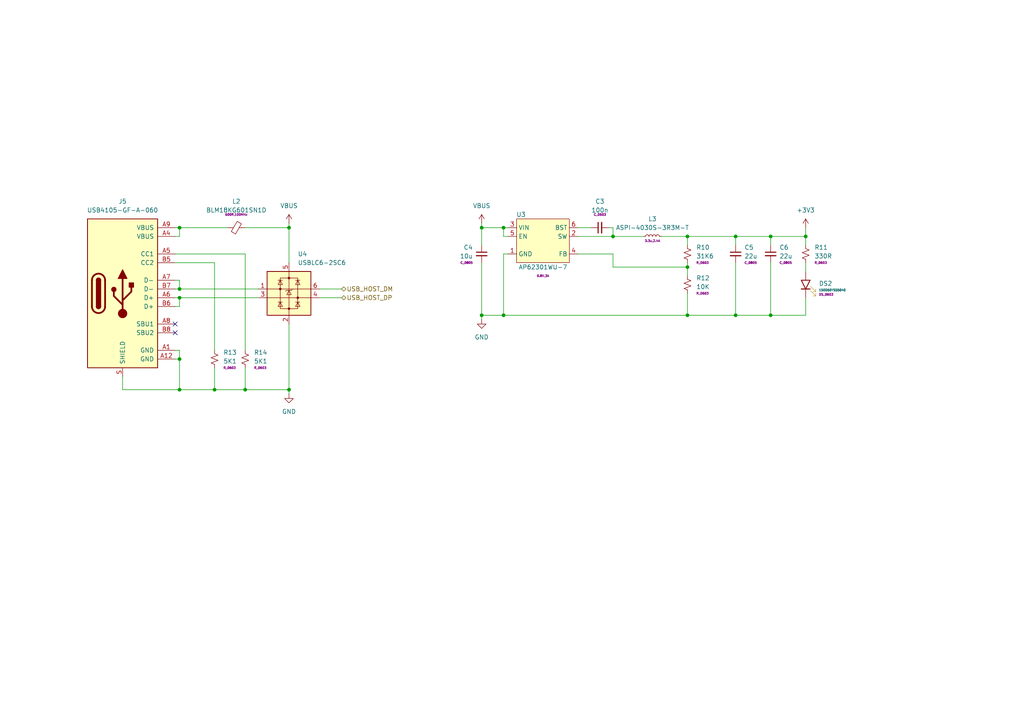
<source format=kicad_sch>
(kicad_sch (version 20231120) (generator "eeschema") (generator_version "8.0")
  (paper "A4")
  (title_block (title "Winglet Carrier Board") (date "2024-08-09") (rev "v1.0") (company "TL Embedded"))
  (lib_symbols
    (symbol "C_Capacitor:C_0603" (pin_numbers hide) (pin_names (offset 1.016))
      (property "Reference" "C" (at 3.175 1.905 0))
      (property "Value" "100n" (at 5.08 0 0))
      (property "Size" "C_0603" (at 4.445 -1.905 0))
      (symbol "C_0603_1_1"
        (polyline (pts (xy -1.524 -0.508) (xy 1.524 -0.508)) (stroke (width 0.3302)))
        (polyline (pts (xy -1.524 0.508) (xy 1.524 0.508)) (stroke (width 0.3048)))
        (pin passive line (at 0 2.54 270) (length 2.032) (name "~") (number "1"))
        (pin passive line (at 0 -2.54 90) (length 2.032) (name "~") (number "2"))
      )
    )
    (symbol "C_Capacitor:C_0805" (pin_numbers hide) (pin_names (offset 1.016))
      (property "Reference" "C" (at 3.175 1.905 0))
      (property "Value" "100n" (at 5.08 0 0))
      (property "Size" "C_0805" (at 4.445 -1.905 0))
      (symbol "C_0805_1_1"
        (polyline (pts (xy -1.524 -0.508) (xy 1.524 -0.508)) (stroke (width 0.3302)))
        (polyline (pts (xy -1.524 0.508) (xy 1.524 0.508)) (stroke (width 0.3048)))
        (pin passive line (at 0 2.54 270) (length 2.032) (name "~") (number "1"))
        (pin passive line (at 0 -2.54 90) (length 2.032) (name "~") (number "2"))
      )
    )
    (symbol "DS_LED:150060YS55040" (pin_numbers hide) (pin_names (offset 1.016) hide)
      (property "Reference" "DS" (at 0 2.54 0))
      (property "Value" "150060YS55040" (at 0 -5.08 0))
      (property "Size" "DS_0603" (at 0 -3.81 0))
      (symbol "150060YS55040_1_1"
        (polyline (pts (xy -1.27 -1.27) (xy -1.27 1.27)) (stroke (width 0.254)))
        (polyline (pts (xy -1.27 -1.27) (xy -1.27 1.27)) (stroke (width 0.254)))
        (polyline (pts (xy 1.27 -1.27) (xy 1.27 1.27) (xy -1.27 0) (xy 1.27 -1.27)) (stroke (width 0.254)))
        (polyline (pts (xy -1.778 -1.397) (xy -3.302 -2.921) (xy -2.54 -2.921) (xy -3.302 -2.921) (xy -3.302 -2.159)) (stroke (width 0) (color 194 168 68 1)))
        (polyline (pts (xy -0.508 -1.397) (xy -2.032 -2.921) (xy -1.27 -2.921) (xy -2.032 -2.921) (xy -2.032 -2.159)) (stroke (width 0) (color 194 168 68 1)))
        (pin passive line (at -3.81 0 0) (length 2.54) (name "K") (number "1"))
        (pin passive line (at 3.81 0 180) (length 2.54) (name "A") (number "2"))
      )
    )
    (symbol "J_Connector:USB4105-GF-A-060" (pin_names (offset 1.016))
      (property "Reference" "J" (at -10.16 25.4 0))
      (property "Value" "USB4105-GF-A-060" (at 10.16 22.86 0))
      (symbol "USB4105-GF-A-060_0_1"
        (arc (start -8.89 -3.81) (mid -6.985 -5.7067) (end -5.08 -3.81) (stroke (width 0.508)))
        (arc (start -7.62 -3.81) (mid -6.985 -4.4423) (end -6.35 -3.81) (stroke (width 0.254)))
        (arc (start -7.62 -3.81) (mid -6.985 -4.4423) (end -6.35 -3.81) (stroke (width 0.254)) (fill (type outline)))
        (rectangle (start -7.62 -3.81) (end -6.35 3.81) (stroke (width 0.254)) (fill (type outline)))
        (arc (start -6.35 3.81) (mid -6.985 4.4423) (end -7.62 3.81) (stroke (width 0.254)))
        (arc (start -6.35 3.81) (mid -6.985 4.4423) (end -7.62 3.81) (stroke (width 0.254)) (fill (type outline)))
        (arc (start -5.08 3.81) (mid -6.985 5.7067) (end -8.89 3.81) (stroke (width 0.508)))
        (circle (center -2.54 1.143) (radius 0.635) (stroke (width 0.254)) (fill (type outline)))
        (circle (center 0 -5.842) (radius 1.27) (fill (type outline)))
        (polyline (pts (xy -8.89 -3.81) (xy -8.89 3.81)) (stroke (width 0.508)))
        (polyline (pts (xy -5.08 3.81) (xy -5.08 -3.81)) (stroke (width 0.508)))
        (polyline (pts (xy 0 -5.842) (xy 0 4.318)) (stroke (width 0.508)))
        (polyline (pts (xy 0 -3.302) (xy -2.54 -0.762) (xy -2.54 0.508)) (stroke (width 0.508)))
        (polyline (pts (xy 0 -2.032) (xy 2.54 0.508) (xy 2.54 1.778)) (stroke (width 0.508)))
        (polyline (pts (xy -1.27 4.318) (xy 0 6.858) (xy 1.27 4.318) (xy -1.27 4.318)) (stroke (width 0.254)) (fill (type outline)))
        (rectangle (start 1.905 1.778) (end 3.175 3.048) (stroke (width 0.254)) (fill (type outline)))
      )
      (symbol "USB4105-GF-A-060_1_1"
        (rectangle (start -10.16 21.59) (end 10.16 -21.59) (stroke (width 0.254)) (fill (type background)))
        (pin passive line (at 15.24 -16.51 180) (length 5.08) (name "GND") (number "A1"))
        (pin passive line (at 15.24 -19.05 180) (length 5.08) (name "GND") (number "A12"))
        (pin passive line (at 15.24 16.51 180) (length 5.08) (name "VBUS") (number "A4"))
        (pin bidirectional line (at 15.24 11.43 180) (length 5.08) (name "CC1") (number "A5"))
        (pin bidirectional line (at 15.24 -1.27 180) (length 5.08) (name "D+") (number "A6"))
        (pin bidirectional line (at 15.24 3.81 180) (length 5.08) (name "D-") (number "A7"))
        (pin bidirectional line (at 15.24 -8.89 180) (length 5.08) (name "SBU1") (number "A8"))
        (pin passive line (at 15.24 19.05 180) (length 5.08) (name "VBUS") (number "A9"))
        (pin bidirectional line (at 15.24 8.89 180) (length 5.08) (name "CC2") (number "B5"))
        (pin bidirectional line (at 15.24 -3.81 180) (length 5.08) (name "D+") (number "B6"))
        (pin bidirectional line (at 15.24 1.27 180) (length 5.08) (name "D-") (number "B7"))
        (pin bidirectional line (at 15.24 -11.43 180) (length 5.08) (name "SBU2") (number "B8"))
        (pin passive line (at 0 -24.13 90) (length 2.54) (name "SHIELD") (number "S"))
      )
    )
    (symbol "L_Inductor:ASPI-4030S-100M-T" (pin_numbers hide) (pin_names hide)
      (property "Reference" "L" (at 1.905 1.27 0))
      (property "Value" "ASPI-4030S-100M-T" (at 11.9069 -0.6863 0))
      (property "Params" "10u,1.5A" (at 3.81 -2.54 0))
      (symbol "ASPI-4030S-100M-T_0_1"
        (arc (start 0 -2.032) (mid 0.5058 -1.524) (end 0 -1.016))
        (arc (start 0 -1.016) (mid 0.5058 -0.508) (end 0 0))
        (arc (start 0 0) (mid 0.5058 0.508) (end 0 1.016))
        (arc (start 0 1.016) (mid 0.5058 1.524) (end 0 2.032))
      )
      (symbol "ASPI-4030S-100M-T_1_1"
        (pin passive line (at 0 2.54 270) (length 0.508) (name "~") (number "1"))
        (pin passive line (at 0 -2.54 90) (length 0.508) (name "~") (number "2"))
      )
    )
    (symbol "L_Inductor:BLM18KG601SN1D" (pin_numbers hide) (pin_names (offset 1.016) hide)
      (property "Reference" "L" (at 3.175 1.905 0))
      (property "Value" "BLM18KG601SN1D" (at 11.43 0 0))
      (property "Params" "600R,100MHz" (at 6.35 -1.905 0))
      (symbol "BLM18KG601SN1D_0_1"
        (polyline (pts (xy 0 -1.27) (xy 0 -0.7874)))
        (polyline (pts (xy 0 0.889) (xy 0 1.2954)))
        (polyline (pts (xy -1.8288 0.2794) (xy -1.1176 1.4986) (xy 1.8288 -0.2032) (xy 1.1176 -1.4224) (xy -1.8288 0.2794)))
      )
      (symbol "BLM18KG601SN1D_1_1"
        (pin passive line (at 0 2.54 270) (length 1.27) (name "~") (number "1"))
        (pin passive line (at 0 -2.54 90) (length 1.27) (name "~") (number "2"))
      )
    )
    (symbol "R_Resistor:R_0603" (pin_numbers hide) (pin_names (offset 1.016))
      (property "Reference" "R" (at 2.54 1.905 0))
      (property "Value" "10K" (at 3.81 0 0))
      (property "Size" "R_0603" (at 3.81 -1.905 0))
      (symbol "R_0603_1_1"
        (polyline (pts (xy 0 0) (xy 1.016 -0.381) (xy 0 -0.762) (xy -1.016 -1.143) (xy 0 -1.524)))
        (polyline (pts (xy 0 1.524) (xy 1.016 1.143) (xy 0 0.762) (xy -1.016 0.381) (xy 0 0)))
        (pin passive line (at 0 2.54 270) (length 1.016) (name "~") (number "1"))
        (pin passive line (at 0 -2.54 90) (length 1.016) (name "~") (number "2"))
      )
    )
    (symbol "U_Basic:USBLC6-2SC6" (pin_names hide)
      (property "Reference" "U" (at -5.08 7.62 0))
      (property "Value" "USBLC6-2SC6" (at 7.62 -8.255 0))
      (symbol "USBLC6-2SC6_0_0"
        (rectangle (start -2.54 -4.445) (end 2.54 4.445))
        (polyline (pts (xy 0 6.35) (xy 0 -6.35)))
      )
      (symbol "USBLC6-2SC6_0_1"
        (rectangle (start -6.35 6.35) (end 6.35 -6.35) (stroke (width 0.254)) (fill (type background)))
        (circle (center -2.54 1.27) (radius 0.2794) (fill (type outline)))
        (circle (center 0 -4.445) (radius 0.2794) (fill (type outline)))
        (polyline (pts (xy -6.35 1.27) (xy 6.35 1.27)) (stroke (width 0.1524)))
        (polyline (pts (xy -1.905 -2.54) (xy -3.175 -2.54)))
        (polyline (pts (xy -1.905 3.81) (xy -3.175 3.81)))
        (polyline (pts (xy -0.635 0.889) (xy -1.016 0.635)))
        (polyline (pts (xy 0.635 0.889) (xy -0.635 0.889)))
        (polyline (pts (xy 0.635 0.889) (xy 1.016 1.143)))
        (polyline (pts (xy 3.175 -2.54) (xy 1.905 -2.54)))
        (polyline (pts (xy 3.175 3.81) (xy 1.905 3.81)))
        (polyline (pts (xy 6.35 -1.27) (xy -6.35 -1.27)) (stroke (width 0.1524)))
        (polyline (pts (xy -1.905 -3.81) (xy -3.175 -3.81) (xy -2.54 -2.54) (xy -1.905 -3.81)))
        (polyline (pts (xy -1.905 2.54) (xy -3.175 2.54) (xy -2.54 3.81) (xy -1.905 2.54)))
        (polyline (pts (xy 0.635 -0.381) (xy -0.635 -0.381) (xy 0 0.889) (xy 0.635 -0.381)))
        (polyline (pts (xy 3.175 -3.81) (xy 1.905 -3.81) (xy 2.54 -2.54) (xy 3.175 -3.81)))
        (polyline (pts (xy 3.175 2.54) (xy 1.905 2.54) (xy 2.54 3.81) (xy 3.175 2.54)))
        (circle (center 0 4.445) (radius 0.2794) (fill (type outline)))
        (circle (center 2.54 -1.27) (radius 0.2794) (fill (type outline)))
      )
      (symbol "USBLC6-2SC6_1_1"
        (pin passive line (at -8.89 1.27 0) (length 2.54) (name "~") (number "1"))
        (pin passive line (at 0 -8.89 90) (length 2.54) (name "~") (number "2"))
        (pin passive line (at -8.89 -1.27 0) (length 2.54) (name "~") (number "3"))
        (pin passive line (at 8.89 -1.27 180) (length 2.54) (name "~") (number "4"))
        (pin passive line (at 0 8.89 270) (length 2.54) (name "~") (number "5"))
        (pin passive line (at 8.89 1.27 180) (length 2.54) (name "~") (number "6"))
      )
    )
    (symbol "U_Power:AP62301WU-7"
      (property "Reference" "U" (at 1.27 13.97 0))
      (property "Value" "AP62301WU-7" (at 7.62 -1.27 0))
      (property "Params" "0.8V,3A" (at 7.62 -2.54 0))
      (symbol "AP62301WU-7_0_1"
        (rectangle (start 0 12.7) (end 15.24 0) (stroke (width 0.1524)) (fill (type background)))
      )
      (symbol "AP62301WU-7_1_1"
        (pin power_in line (at -2.54 2.54 0) (length 2.54) (name "GND") (number "1"))
        (pin power_out line (at 17.78 7.62 180) (length 2.54) (name "SW") (number "2"))
        (pin power_in line (at -2.54 10.16 0) (length 2.54) (name "VIN") (number "3"))
        (pin input line (at 17.78 2.54 180) (length 2.54) (name "FB") (number "4"))
        (pin input line (at -2.54 7.62 0) (length 2.54) (name "EN") (number "5"))
        (pin input line (at 17.78 10.16 180) (length 2.54) (name "BST") (number "6"))
      )
    )
    (symbol "power:+3V3" (power) (pin_numbers hide) (pin_names (offset 0) hide)
      (property "Value" "+3V3" (at 0 3.556 0))
      (symbol "+3V3_0_1"
        (polyline (pts (xy -0.762 1.27) (xy 0 2.54)))
        (polyline (pts (xy 0 0) (xy 0 2.54)))
        (polyline (pts (xy 0 2.54) (xy 0.762 1.27)))
      )
      (symbol "+3V3_1_1"
        (pin power_in line (at 0 0 90) (length 0) (name "~") (number "1"))
      )
    )
    (symbol "power:GND" (power) (pin_names (offset 0))
      (property "Value" "GND" (at 0 -3.81 0))
      (symbol "GND_0_1"
        (polyline (pts (xy 0 0) (xy 0 -1.27) (xy 1.27 -1.27) (xy 0 -2.54) (xy -1.27 -1.27) (xy 0 -1.27)))
      )
      (symbol "GND_1_1"
        (pin power_in line (at 0 0 270) (length 0) hide (name "GND") (number "1"))
      )
    )
    (symbol "power:VBUS" (power) (pin_names (offset 0))
      (property "Value" "VBUS" (at 0 3.81 0))
      (symbol "VBUS_0_1"
        (polyline (pts (xy -0.762 1.27) (xy 0 2.54)))
        (polyline (pts (xy 0 0) (xy 0 2.54)))
        (polyline (pts (xy 0 2.54) (xy 0.762 1.27)))
      )
      (symbol "VBUS_1_1"
        (pin power_in line (at 0 0 90) (length 0) hide (name "VBUS") (number "1"))
      )
    )
  )
  (junction (at 52.07 83.82))
  (junction (at 52.07 113.03))
  (junction (at 213.36 91.44))
  (junction (at 233.68 68.58))
  (junction (at 199.39 91.44))
  (junction (at 177.8 68.58))
  (junction (at 83.82 113.03))
  (junction (at 223.52 68.58))
  (junction (at 146.05 66.04))
  (junction (at 71.12 113.03))
  (junction (at 139.7 91.44))
  (junction (at 52.07 104.14))
  (junction (at 146.05 91.44))
  (junction (at 62.23 113.03))
  (junction (at 223.52 91.44))
  (junction (at 52.07 86.36))
  (junction (at 199.39 68.58))
  (junction (at 199.39 77.47))
  (junction (at 83.82 66.04))
  (junction (at 52.07 66.04))
  (junction (at 139.7 66.04))
  (junction (at 213.36 68.58))
  (no_connect (at 50.8 96.52))
  (no_connect (at 50.8 93.98))
  (wire (pts (xy 50.8 66.04) (xy 52.07 66.04)))
  (wire (pts (xy 139.7 76.2) (xy 139.7 91.44)))
  (wire (pts (xy 50.8 104.14) (xy 52.07 104.14)))
  (wire (pts (xy 233.68 68.58) (xy 233.68 71.12)))
  (wire (pts (xy 83.82 64.77) (xy 83.82 66.04)))
  (wire (pts (xy 52.07 104.14) (xy 52.07 113.03)))
  (wire (pts (xy 213.36 68.58) (xy 213.36 71.12)))
  (wire (pts (xy 213.36 76.2) (xy 213.36 91.44)))
  (wire (pts (xy 71.12 66.04) (xy 83.82 66.04)))
  (wire (pts (xy 177.8 68.58) (xy 177.8 66.04)))
  (wire (pts (xy 52.07 66.04) (xy 66.04 66.04)))
  (wire (pts (xy 177.8 77.47) (xy 199.39 77.47)))
  (wire (pts (xy 62.23 76.2) (xy 50.8 76.2)))
  (wire (pts (xy 52.07 86.36) (xy 74.93 86.36)))
  (wire (pts (xy 92.71 86.36) (xy 99.06 86.36)))
  (wire (pts (xy 139.7 66.04) (xy 139.7 71.12)))
  (wire (pts (xy 139.7 66.04) (xy 146.05 66.04)))
  (wire (pts (xy 83.82 66.04) (xy 83.82 76.2)))
  (wire (pts (xy 146.05 66.04) (xy 147.32 66.04)))
  (wire (pts (xy 233.68 68.58) (xy 223.52 68.58)))
  (wire (pts (xy 62.23 106.68) (xy 62.23 113.03)))
  (wire (pts (xy 71.12 73.66) (xy 50.8 73.66)))
  (wire (pts (xy 191.77 68.58) (xy 199.39 68.58)))
  (wire (pts (xy 92.71 83.82) (xy 99.06 83.82)))
  (wire (pts (xy 177.8 68.58) (xy 186.69 68.58)))
  (wire (pts (xy 62.23 101.6) (xy 62.23 76.2)))
  (wire (pts (xy 50.8 68.58) (xy 52.07 68.58)))
  (wire (pts (xy 50.8 88.9) (xy 52.07 88.9)))
  (wire (pts (xy 50.8 86.36) (xy 52.07 86.36)))
  (wire (pts (xy 146.05 68.58) (xy 146.05 66.04)))
  (wire (pts (xy 147.32 68.58) (xy 146.05 68.58)))
  (wire (pts (xy 233.68 91.44) (xy 223.52 91.44)))
  (wire (pts (xy 35.56 109.22) (xy 35.56 113.03)))
  (wire (pts (xy 167.64 73.66) (xy 177.8 73.66)))
  (wire (pts (xy 35.56 113.03) (xy 52.07 113.03)))
  (wire (pts (xy 83.82 114.3) (xy 83.82 113.03)))
  (wire (pts (xy 52.07 113.03) (xy 62.23 113.03)))
  (wire (pts (xy 233.68 76.2) (xy 233.68 78.74)))
  (wire (pts (xy 83.82 93.98) (xy 83.82 113.03)))
  (wire (pts (xy 71.12 101.6) (xy 71.12 73.66)))
  (wire (pts (xy 71.12 113.03) (xy 83.82 113.03)))
  (wire (pts (xy 199.39 85.09) (xy 199.39 91.44)))
  (wire (pts (xy 223.52 91.44) (xy 213.36 91.44)))
  (wire (pts (xy 213.36 68.58) (xy 199.39 68.58)))
  (wire (pts (xy 52.07 101.6) (xy 52.07 104.14)))
  (wire (pts (xy 177.8 73.66) (xy 177.8 77.47)))
  (wire (pts (xy 167.64 68.58) (xy 177.8 68.58)))
  (wire (pts (xy 52.07 83.82) (xy 74.93 83.82)))
  (wire (pts (xy 199.39 68.58) (xy 199.39 71.12)))
  (wire (pts (xy 199.39 77.47) (xy 199.39 80.01)))
  (wire (pts (xy 50.8 101.6) (xy 52.07 101.6)))
  (wire (pts (xy 146.05 91.44) (xy 199.39 91.44)))
  (wire (pts (xy 147.32 73.66) (xy 146.05 73.66)))
  (wire (pts (xy 146.05 91.44) (xy 139.7 91.44)))
  (wire (pts (xy 52.07 88.9) (xy 52.07 86.36)))
  (wire (pts (xy 139.7 64.77) (xy 139.7 66.04)))
  (wire (pts (xy 199.39 76.2) (xy 199.39 77.47)))
  (wire (pts (xy 177.8 66.04) (xy 176.53 66.04)))
  (wire (pts (xy 52.07 81.28) (xy 52.07 83.82)))
  (wire (pts (xy 167.64 66.04) (xy 171.45 66.04)))
  (wire (pts (xy 71.12 106.68) (xy 71.12 113.03)))
  (wire (pts (xy 146.05 73.66) (xy 146.05 91.44)))
  (wire (pts (xy 213.36 91.44) (xy 199.39 91.44)))
  (wire (pts (xy 139.7 92.71) (xy 139.7 91.44)))
  (wire (pts (xy 62.23 113.03) (xy 71.12 113.03)))
  (wire (pts (xy 223.52 68.58) (xy 213.36 68.58)))
  (wire (pts (xy 223.52 68.58) (xy 223.52 71.12)))
  (wire (pts (xy 50.8 81.28) (xy 52.07 81.28)))
  (wire (pts (xy 223.52 76.2) (xy 223.52 91.44)))
  (wire (pts (xy 50.8 83.82) (xy 52.07 83.82)))
  (wire (pts (xy 233.68 66.04) (xy 233.68 68.58)))
  (wire (pts (xy 233.68 86.36) (xy 233.68 91.44)))
  (wire (pts (xy 52.07 68.58) (xy 52.07 66.04)))
  (hierarchical_label "USB_HOST_DM" (shape bidirectional) (at 99.06 83.82 0))
  (hierarchical_label "USB_HOST_DP" (shape bidirectional) (at 99.06 86.36 0))
  (symbol (lib_id "C_Capacitor:C_0603") (at 173.99 66.04 90) (unit 1)
    (property "Reference" "C3" (at 173.9963 58.42 90))
    (property "Value" "100n" (at 173.9963 60.96 90))
    (property "Footprint" "C_Capacitor:C_0603" (effects (hide yes)))
    (property "Size" "C_0603" (at 173.9963 62.23 90) (effects (font (size 0.635 0.635))))
  )
  (symbol (lib_id "C_Capacitor:C_0805") (at 139.7 73.66 0) (unit 1)
    (property "Reference" "C4" (at 137.16 71.7612 0) (effects (justify right)))
    (property "Value" "10u" (at 137.16 74.3012 0) (effects (justify right)))
    (property "Footprint" "C_Capacitor:C_0805" (effects (hide yes)))
    (property "Size" "C_0805" (at 137.16 76.2063 0) (effects (font (size 0.635 0.635)) (justify right)))
  )
  (symbol (lib_id "J_Connector:USB4105-GF-A-060") (at 35.56 85.09 0) (unit 1)
    (property "Reference" "J5" (at 35.56 58.42 0))
    (property "Value" "USB4105-GF-A-060" (at 35.56 60.96 0))
    (property "Footprint" "J_Connector:USB_C_USB4105-GF-A-060" (effects (hide yes)))
    (property "Datasheet" "https://media.digikey.com/pdf/Data%20Sheets/GCT%20PDFs/USB4105%20-%20Product%20Drawing.pdf" (effects (hide yes)))
  )
  (symbol (lib_id "L_Inductor:BLM18KG601SN1D") (at 68.58 66.04 90) (unit 1)
    (property "Reference" "L2" (at 68.5419 58.42 90))
    (property "Value" "BLM18KG601SN1D" (at 68.5419 60.96 90))
    (property "Footprint" "L_Inductor:FB_0603" (effects (hide yes)))
    (property "Datasheet" "https://www.murata.com/products/productdata/8796738650142/ENFA0003.pdf" (effects (hide yes)))
    (property "Params" "600R,100MHz" (at 68.5419 62.23 90) (effects (font (size 0.63 0.63))))
  )
  (symbol (lib_id "power:VBUS") (at 83.82 64.77 0) (unit 1)
    (property "Reference" "#PWR010" (effects (hide yes)))
    (property "Value" "VBUS" (at 83.82 59.69 0))
  )
  (symbol (lib_id "C_Capacitor:C_0805") (at 223.52 73.66 0) (mirror y) (unit 1)
    (property "Reference" "C6" (at 226.06 71.7612 0) (effects (justify right)))
    (property "Value" "22u" (at 226.06 74.3012 0) (effects (justify right)))
    (property "Footprint" "C_Capacitor:C_0805" (effects (hide yes)))
    (property "Size" "C_0805" (at 226.06 76.2063 0) (effects (font (size 0.635 0.635)) (justify right)))
  )
  (symbol (lib_id "power:GND") (at 83.82 114.3 0) (unit 1)
    (property "Reference" "#PWR014" (effects (hide yes)))
    (property "Value" "GND" (at 83.82 119.38 0))
  )
  (symbol (lib_id "U_Basic:USBLC6-2SC6") (at 83.82 85.09 0) (unit 1)
    (property "Reference" "U4" (at 86.36 73.66 0) (effects (justify left)))
    (property "Value" "USBLC6-2SC6" (at 86.36 76.2 0) (effects (justify left)))
    (property "Footprint" "U_IC:SOT23_6" (effects (hide yes)))
    (property "Datasheet" "https://www.st.com/content/ccc/resource/technical/document/datasheet/06/1d/48/9c/6c/20/4a/b2/CD00050750.pdf/files/CD00050750.pdf/jcr:content/translations/en.CD00050750.pdf" (effects (hide yes)))
  )
  (symbol (lib_id "DS_LED:150060YS55040") (at 233.68 82.55 90) (unit 1)
    (property "Reference" "DS2" (at 237.49 82.2324 90) (effects (justify right)))
    (property "Value" "150060YS55040" (at 237.49 84.1374 90) (effects (font (size 0.63 0.63)) (justify right)))
    (property "Footprint" "DS_LED:DS_0603" (effects (hide yes)))
    (property "Datasheet" "https://www.we-online.com/katalog/datasheet/150060YS55040.pdf" (effects (hide yes)))
    (property "Description" "LED YELLOW DIFFUSED 0603 SMD" (effects (hide yes)))
    (property "Size" "DS_0603" (at 237.49 85.4075 90) (effects (font (size 0.635 0.635)) (justify right)))
  )
  (symbol (lib_id "R_Resistor:R_0603") (at 71.12 104.14 0) (unit 1)
    (property "Reference" "R14" (at 73.66 102.235 0) (effects (justify left)))
    (property "Value" "5K1" (at 73.66 104.775 0) (effects (justify left)))
    (property "Footprint" "R_Resistor:R_0603" (effects (hide yes)))
    (property "Size" "R_0603" (at 73.66 106.68 0) (effects (font (size 0.635 0.635)) (justify left)))
  )
  (symbol (lib_id "R_Resistor:R_0603") (at 199.39 73.66 0) (unit 1)
    (property "Reference" "R10" (at 201.93 71.7549 0) (effects (justify left)))
    (property "Value" "31K6" (at 201.93 74.2949 0) (effects (justify left)))
    (property "Footprint" "R_Resistor:R_0603" (effects (hide yes)))
    (property "Size" "R_0603" (at 201.93 76.2 0) (effects (font (size 0.635 0.635)) (justify left)))
  )
  (symbol (lib_id "L_Inductor:ASPI-4030S-100M-T") (at 189.23 68.58 90) (unit 1)
    (property "Reference" "L3" (at 189.23 63.5 90))
    (property "Value" "ASPI-4030S-3R3M-T" (at 189.23 66.04 90))
    (property "Footprint" "L_Inductor:L_4030S" (effects (hide yes)))
    (property "Datasheet" "https://abracon.com/Magnetics/power/ASPI-4030S.pdf" (effects (hide yes)))
    (property "Description" "FIXED IND 10UH 1.5A 100 MOHM SMD" (effects (hide yes)))
    (property "Params" "3.3u,2.4A" (at 189.23 69.85 90) (effects (font (size 0.63 0.63))))
  )
  (symbol (lib_id "R_Resistor:R_0603") (at 233.68 73.66 0) (unit 1)
    (property "Reference" "R11" (at 236.22 71.7549 0) (effects (justify left)))
    (property "Value" "330R" (at 236.22 74.2949 0) (effects (justify left)))
    (property "Footprint" "R_Resistor:R_0603" (effects (hide yes)))
    (property "Size" "R_0603" (at 236.22 76.2 0) (effects (font (size 0.635 0.635)) (justify left)))
  )
  (symbol (lib_id "power:VBUS") (at 139.7 64.77 0) (unit 1)
    (property "Reference" "#PWR011" (effects (hide yes)))
    (property "Value" "VBUS" (at 139.7 59.69 0))
  )
  (symbol (lib_id "power:+3V3") (at 233.68 66.04 0) (unit 1)
    (property "Reference" "#PWR012" (effects (hide yes)))
    (property "Value" "+3V3" (at 233.68 60.96 0))
    (property "Description" "Power symbol creates a global label with name \"+3V3\"" (effects (hide yes)))
  )
  (symbol (lib_id "U_Power:AP62301WU-7") (at 149.86 76.2 0) (unit 1)
    (property "Reference" "U3" (at 151.13 62.23 0))
    (property "Value" "AP62301WU-7" (at 157.48 77.47 0))
    (property "Footprint" "U_IC:SOT23_6" (effects (hide yes)))
    (property "Datasheet" "https://www.diodes.com/assets/Datasheets/AP62300_AP62301_AP62300T.pdf" (effects (hide yes)))
    (property "Description" "IC REG BUCK ADJ 3A TSOT26" (effects (hide yes)))
    (property "Params" "0.8V,3A" (at 157.48 80.01 0) (effects (font (size 0.635 0.635))))
  )
  (symbol (lib_id "C_Capacitor:C_0805") (at 213.36 73.66 0) (mirror y) (unit 1)
    (property "Reference" "C5" (at 215.9 71.7612 0) (effects (justify right)))
    (property "Value" "22u" (at 215.9 74.3012 0) (effects (justify right)))
    (property "Footprint" "C_Capacitor:C_0805" (effects (hide yes)))
    (property "Size" "C_0805" (at 215.9 76.2063 0) (effects (font (size 0.635 0.635)) (justify right)))
  )
  (symbol (lib_id "power:GND") (at 139.7 92.71 0) (unit 1)
    (property "Reference" "#PWR013" (effects (hide yes)))
    (property "Value" "GND" (at 139.7 97.79 0))
  )
  (symbol (lib_id "R_Resistor:R_0603") (at 199.39 82.55 0) (unit 1)
    (property "Reference" "R12" (at 201.93 80.6449 0) (effects (justify left)))
    (property "Value" "10K" (at 201.93 83.1849 0) (effects (justify left)))
    (property "Footprint" "R_Resistor:R_0603" (effects (hide yes)))
    (property "Size" "R_0603" (at 201.93 85.09 0) (effects (font (size 0.635 0.635)) (justify left)))
  )
  (symbol (lib_id "R_Resistor:R_0603") (at 62.23 104.14 0) (unit 1)
    (property "Reference" "R13" (at 64.77 102.235 0) (effects (justify left)))
    (property "Value" "5K1" (at 64.77 104.775 0) (effects (justify left)))
    (property "Footprint" "R_Resistor:R_0603" (effects (hide yes)))
    (property "Size" "R_0603" (at 64.77 106.68 0) (effects (font (size 0.635 0.635)) (justify left)))
  )
)
</source>
